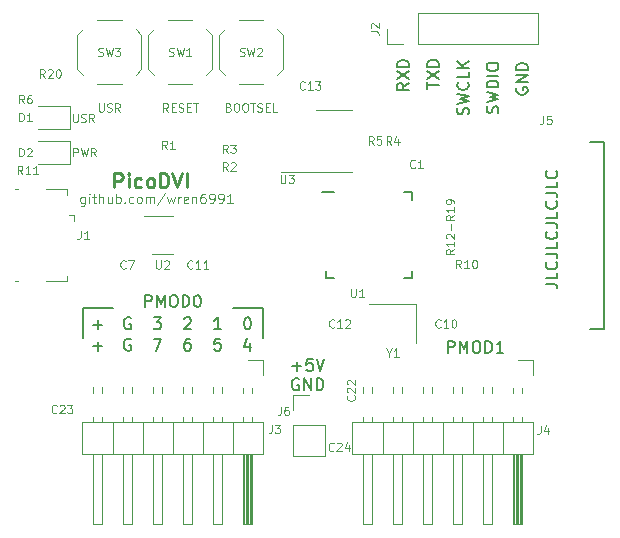
<source format=gbr>
G04 #@! TF.GenerationSoftware,KiCad,Pcbnew,5.0.2-bee76a0~70~ubuntu18.04.1*
G04 #@! TF.CreationDate,2020-08-11T13:50:02+01:00*
G04 #@! TF.ProjectId,picodvi,7069636f-6476-4692-9e6b-696361645f70,rev?*
G04 #@! TF.SameCoordinates,Original*
G04 #@! TF.FileFunction,Legend,Top*
G04 #@! TF.FilePolarity,Positive*
%FSLAX46Y46*%
G04 Gerber Fmt 4.6, Leading zero omitted, Abs format (unit mm)*
G04 Created by KiCad (PCBNEW 5.0.2-bee76a0~70~ubuntu18.04.1) date Tue 11 Aug 2020 13:50:02 BST*
%MOMM*%
%LPD*%
G01*
G04 APERTURE LIST*
%ADD10C,0.100000*%
%ADD11C,0.150000*%
%ADD12C,0.120000*%
%ADD13C,0.250000*%
%ADD14C,0.200000*%
G04 APERTURE END LIST*
D10*
X204916666Y-94716666D02*
X204916666Y-95283333D01*
X204950000Y-95350000D01*
X204983333Y-95383333D01*
X205050000Y-95416666D01*
X205183333Y-95416666D01*
X205250000Y-95383333D01*
X205283333Y-95350000D01*
X205316666Y-95283333D01*
X205316666Y-94716666D01*
X205616666Y-95383333D02*
X205716666Y-95416666D01*
X205883333Y-95416666D01*
X205950000Y-95383333D01*
X205983333Y-95350000D01*
X206016666Y-95283333D01*
X206016666Y-95216666D01*
X205983333Y-95150000D01*
X205950000Y-95116666D01*
X205883333Y-95083333D01*
X205750000Y-95050000D01*
X205683333Y-95016666D01*
X205650000Y-94983333D01*
X205616666Y-94916666D01*
X205616666Y-94850000D01*
X205650000Y-94783333D01*
X205683333Y-94750000D01*
X205750000Y-94716666D01*
X205916666Y-94716666D01*
X206016666Y-94750000D01*
X206716666Y-95416666D02*
X206483333Y-95083333D01*
X206316666Y-95416666D02*
X206316666Y-94716666D01*
X206583333Y-94716666D01*
X206650000Y-94750000D01*
X206683333Y-94783333D01*
X206716666Y-94850000D01*
X206716666Y-94950000D01*
X206683333Y-95016666D01*
X206650000Y-95050000D01*
X206583333Y-95083333D01*
X206316666Y-95083333D01*
X204966666Y-98316666D02*
X204966666Y-97616666D01*
X205233333Y-97616666D01*
X205300000Y-97650000D01*
X205333333Y-97683333D01*
X205366666Y-97750000D01*
X205366666Y-97850000D01*
X205333333Y-97916666D01*
X205300000Y-97950000D01*
X205233333Y-97983333D01*
X204966666Y-97983333D01*
X205600000Y-97616666D02*
X205766666Y-98316666D01*
X205900000Y-97816666D01*
X206033333Y-98316666D01*
X206200000Y-97616666D01*
X206866666Y-98316666D02*
X206633333Y-97983333D01*
X206466666Y-98316666D02*
X206466666Y-97616666D01*
X206733333Y-97616666D01*
X206800000Y-97650000D01*
X206833333Y-97683333D01*
X206866666Y-97750000D01*
X206866666Y-97850000D01*
X206833333Y-97916666D01*
X206800000Y-97950000D01*
X206733333Y-97983333D01*
X206466666Y-97983333D01*
X218116666Y-94150000D02*
X218216666Y-94183333D01*
X218250000Y-94216666D01*
X218283333Y-94283333D01*
X218283333Y-94383333D01*
X218250000Y-94450000D01*
X218216666Y-94483333D01*
X218150000Y-94516666D01*
X217883333Y-94516666D01*
X217883333Y-93816666D01*
X218116666Y-93816666D01*
X218183333Y-93850000D01*
X218216666Y-93883333D01*
X218250000Y-93950000D01*
X218250000Y-94016666D01*
X218216666Y-94083333D01*
X218183333Y-94116666D01*
X218116666Y-94150000D01*
X217883333Y-94150000D01*
X218716666Y-93816666D02*
X218850000Y-93816666D01*
X218916666Y-93850000D01*
X218983333Y-93916666D01*
X219016666Y-94050000D01*
X219016666Y-94283333D01*
X218983333Y-94416666D01*
X218916666Y-94483333D01*
X218850000Y-94516666D01*
X218716666Y-94516666D01*
X218650000Y-94483333D01*
X218583333Y-94416666D01*
X218550000Y-94283333D01*
X218550000Y-94050000D01*
X218583333Y-93916666D01*
X218650000Y-93850000D01*
X218716666Y-93816666D01*
X219450000Y-93816666D02*
X219583333Y-93816666D01*
X219650000Y-93850000D01*
X219716666Y-93916666D01*
X219750000Y-94050000D01*
X219750000Y-94283333D01*
X219716666Y-94416666D01*
X219650000Y-94483333D01*
X219583333Y-94516666D01*
X219450000Y-94516666D01*
X219383333Y-94483333D01*
X219316666Y-94416666D01*
X219283333Y-94283333D01*
X219283333Y-94050000D01*
X219316666Y-93916666D01*
X219383333Y-93850000D01*
X219450000Y-93816666D01*
X219950000Y-93816666D02*
X220350000Y-93816666D01*
X220150000Y-94516666D02*
X220150000Y-93816666D01*
X220550000Y-94483333D02*
X220650000Y-94516666D01*
X220816666Y-94516666D01*
X220883333Y-94483333D01*
X220916666Y-94450000D01*
X220950000Y-94383333D01*
X220950000Y-94316666D01*
X220916666Y-94250000D01*
X220883333Y-94216666D01*
X220816666Y-94183333D01*
X220683333Y-94150000D01*
X220616666Y-94116666D01*
X220583333Y-94083333D01*
X220550000Y-94016666D01*
X220550000Y-93950000D01*
X220583333Y-93883333D01*
X220616666Y-93850000D01*
X220683333Y-93816666D01*
X220850000Y-93816666D01*
X220950000Y-93850000D01*
X221250000Y-94150000D02*
X221483333Y-94150000D01*
X221583333Y-94516666D02*
X221250000Y-94516666D01*
X221250000Y-93816666D01*
X221583333Y-93816666D01*
X222216666Y-94516666D02*
X221883333Y-94516666D01*
X221883333Y-93816666D01*
X212983333Y-94516666D02*
X212750000Y-94183333D01*
X212583333Y-94516666D02*
X212583333Y-93816666D01*
X212850000Y-93816666D01*
X212916666Y-93850000D01*
X212950000Y-93883333D01*
X212983333Y-93950000D01*
X212983333Y-94050000D01*
X212950000Y-94116666D01*
X212916666Y-94150000D01*
X212850000Y-94183333D01*
X212583333Y-94183333D01*
X213283333Y-94150000D02*
X213516666Y-94150000D01*
X213616666Y-94516666D02*
X213283333Y-94516666D01*
X213283333Y-93816666D01*
X213616666Y-93816666D01*
X213883333Y-94483333D02*
X213983333Y-94516666D01*
X214150000Y-94516666D01*
X214216666Y-94483333D01*
X214250000Y-94450000D01*
X214283333Y-94383333D01*
X214283333Y-94316666D01*
X214250000Y-94250000D01*
X214216666Y-94216666D01*
X214150000Y-94183333D01*
X214016666Y-94150000D01*
X213950000Y-94116666D01*
X213916666Y-94083333D01*
X213883333Y-94016666D01*
X213883333Y-93950000D01*
X213916666Y-93883333D01*
X213950000Y-93850000D01*
X214016666Y-93816666D01*
X214183333Y-93816666D01*
X214283333Y-93850000D01*
X214583333Y-94150000D02*
X214816666Y-94150000D01*
X214916666Y-94516666D02*
X214583333Y-94516666D01*
X214583333Y-93816666D01*
X214916666Y-93816666D01*
X215116666Y-93816666D02*
X215516666Y-93816666D01*
X215316666Y-94516666D02*
X215316666Y-93816666D01*
X207116666Y-93816666D02*
X207116666Y-94383333D01*
X207150000Y-94450000D01*
X207183333Y-94483333D01*
X207250000Y-94516666D01*
X207383333Y-94516666D01*
X207450000Y-94483333D01*
X207483333Y-94450000D01*
X207516666Y-94383333D01*
X207516666Y-93816666D01*
X207816666Y-94483333D02*
X207916666Y-94516666D01*
X208083333Y-94516666D01*
X208150000Y-94483333D01*
X208183333Y-94450000D01*
X208216666Y-94383333D01*
X208216666Y-94316666D01*
X208183333Y-94250000D01*
X208150000Y-94216666D01*
X208083333Y-94183333D01*
X207950000Y-94150000D01*
X207883333Y-94116666D01*
X207850000Y-94083333D01*
X207816666Y-94016666D01*
X207816666Y-93950000D01*
X207850000Y-93883333D01*
X207883333Y-93850000D01*
X207950000Y-93816666D01*
X208116666Y-93816666D01*
X208216666Y-93850000D01*
X208916666Y-94516666D02*
X208683333Y-94183333D01*
X208516666Y-94516666D02*
X208516666Y-93816666D01*
X208783333Y-93816666D01*
X208850000Y-93850000D01*
X208883333Y-93883333D01*
X208916666Y-93950000D01*
X208916666Y-94050000D01*
X208883333Y-94116666D01*
X208850000Y-94150000D01*
X208783333Y-94183333D01*
X208516666Y-94183333D01*
D11*
X233370380Y-92106666D02*
X232894190Y-92440000D01*
X233370380Y-92678095D02*
X232370380Y-92678095D01*
X232370380Y-92297142D01*
X232418000Y-92201904D01*
X232465619Y-92154285D01*
X232560857Y-92106666D01*
X232703714Y-92106666D01*
X232798952Y-92154285D01*
X232846571Y-92201904D01*
X232894190Y-92297142D01*
X232894190Y-92678095D01*
X232370380Y-91773333D02*
X233370380Y-91106666D01*
X232370380Y-91106666D02*
X233370380Y-91773333D01*
X233370380Y-90725714D02*
X232370380Y-90725714D01*
X232370380Y-90487619D01*
X232418000Y-90344761D01*
X232513238Y-90249523D01*
X232608476Y-90201904D01*
X232798952Y-90154285D01*
X232941809Y-90154285D01*
X233132285Y-90201904D01*
X233227523Y-90249523D01*
X233322761Y-90344761D01*
X233370380Y-90487619D01*
X233370380Y-90725714D01*
X234910380Y-92574904D02*
X234910380Y-92003476D01*
X235910380Y-92289190D02*
X234910380Y-92289190D01*
X234910380Y-91765380D02*
X235910380Y-91098714D01*
X234910380Y-91098714D02*
X235910380Y-91765380D01*
X235910380Y-90717761D02*
X234910380Y-90717761D01*
X234910380Y-90479666D01*
X234958000Y-90336809D01*
X235053238Y-90241571D01*
X235148476Y-90193952D01*
X235338952Y-90146333D01*
X235481809Y-90146333D01*
X235672285Y-90193952D01*
X235767523Y-90241571D01*
X235862761Y-90336809D01*
X235910380Y-90479666D01*
X235910380Y-90717761D01*
X223504285Y-116086428D02*
X224266190Y-116086428D01*
X223885238Y-116467380D02*
X223885238Y-115705476D01*
X225218571Y-115467380D02*
X224742380Y-115467380D01*
X224694761Y-115943571D01*
X224742380Y-115895952D01*
X224837619Y-115848333D01*
X225075714Y-115848333D01*
X225170952Y-115895952D01*
X225218571Y-115943571D01*
X225266190Y-116038809D01*
X225266190Y-116276904D01*
X225218571Y-116372142D01*
X225170952Y-116419761D01*
X225075714Y-116467380D01*
X224837619Y-116467380D01*
X224742380Y-116419761D01*
X224694761Y-116372142D01*
X225551904Y-115467380D02*
X225885238Y-116467380D01*
X226218571Y-115467380D01*
X224028095Y-117165000D02*
X223932857Y-117117380D01*
X223790000Y-117117380D01*
X223647142Y-117165000D01*
X223551904Y-117260238D01*
X223504285Y-117355476D01*
X223456666Y-117545952D01*
X223456666Y-117688809D01*
X223504285Y-117879285D01*
X223551904Y-117974523D01*
X223647142Y-118069761D01*
X223790000Y-118117380D01*
X223885238Y-118117380D01*
X224028095Y-118069761D01*
X224075714Y-118022142D01*
X224075714Y-117688809D01*
X223885238Y-117688809D01*
X224504285Y-118117380D02*
X224504285Y-117117380D01*
X225075714Y-118117380D01*
X225075714Y-117117380D01*
X225551904Y-118117380D02*
X225551904Y-117117380D01*
X225790000Y-117117380D01*
X225932857Y-117165000D01*
X226028095Y-117260238D01*
X226075714Y-117355476D01*
X226123333Y-117545952D01*
X226123333Y-117688809D01*
X226075714Y-117879285D01*
X226028095Y-117974523D01*
X225932857Y-118069761D01*
X225790000Y-118117380D01*
X225551904Y-118117380D01*
X244952380Y-109119047D02*
X245666666Y-109119047D01*
X245809523Y-109166666D01*
X245904761Y-109261904D01*
X245952380Y-109404761D01*
X245952380Y-109500000D01*
X245952380Y-108166666D02*
X245952380Y-108642857D01*
X244952380Y-108642857D01*
X245857142Y-107261904D02*
X245904761Y-107309523D01*
X245952380Y-107452380D01*
X245952380Y-107547619D01*
X245904761Y-107690476D01*
X245809523Y-107785714D01*
X245714285Y-107833333D01*
X245523809Y-107880952D01*
X245380952Y-107880952D01*
X245190476Y-107833333D01*
X245095238Y-107785714D01*
X245000000Y-107690476D01*
X244952380Y-107547619D01*
X244952380Y-107452380D01*
X245000000Y-107309523D01*
X245047619Y-107261904D01*
X244952380Y-106547619D02*
X245666666Y-106547619D01*
X245809523Y-106595238D01*
X245904761Y-106690476D01*
X245952380Y-106833333D01*
X245952380Y-106928571D01*
X245952380Y-105595238D02*
X245952380Y-106071428D01*
X244952380Y-106071428D01*
X245857142Y-104690476D02*
X245904761Y-104738095D01*
X245952380Y-104880952D01*
X245952380Y-104976190D01*
X245904761Y-105119047D01*
X245809523Y-105214285D01*
X245714285Y-105261904D01*
X245523809Y-105309523D01*
X245380952Y-105309523D01*
X245190476Y-105261904D01*
X245095238Y-105214285D01*
X245000000Y-105119047D01*
X244952380Y-104976190D01*
X244952380Y-104880952D01*
X245000000Y-104738095D01*
X245047619Y-104690476D01*
X244952380Y-103976190D02*
X245666666Y-103976190D01*
X245809523Y-104023809D01*
X245904761Y-104119047D01*
X245952380Y-104261904D01*
X245952380Y-104357142D01*
X245952380Y-103023809D02*
X245952380Y-103500000D01*
X244952380Y-103500000D01*
X245857142Y-102119047D02*
X245904761Y-102166666D01*
X245952380Y-102309523D01*
X245952380Y-102404761D01*
X245904761Y-102547619D01*
X245809523Y-102642857D01*
X245714285Y-102690476D01*
X245523809Y-102738095D01*
X245380952Y-102738095D01*
X245190476Y-102690476D01*
X245095238Y-102642857D01*
X245000000Y-102547619D01*
X244952380Y-102404761D01*
X244952380Y-102309523D01*
X245000000Y-102166666D01*
X245047619Y-102119047D01*
X244952380Y-101404761D02*
X245666666Y-101404761D01*
X245809523Y-101452380D01*
X245904761Y-101547619D01*
X245952380Y-101690476D01*
X245952380Y-101785714D01*
X245952380Y-100452380D02*
X245952380Y-100928571D01*
X244952380Y-100928571D01*
X245857142Y-99547619D02*
X245904761Y-99595238D01*
X245952380Y-99738095D01*
X245952380Y-99833333D01*
X245904761Y-99976190D01*
X245809523Y-100071428D01*
X245714285Y-100119047D01*
X245523809Y-100166666D01*
X245380952Y-100166666D01*
X245190476Y-100119047D01*
X245095238Y-100071428D01*
X245000000Y-99976190D01*
X244952380Y-99833333D01*
X244952380Y-99738095D01*
X245000000Y-99595238D01*
X245047619Y-99547619D01*
D12*
X205923809Y-101728571D02*
X205923809Y-102376190D01*
X205885714Y-102452380D01*
X205847619Y-102490476D01*
X205771428Y-102528571D01*
X205657142Y-102528571D01*
X205580952Y-102490476D01*
X205923809Y-102223809D02*
X205847619Y-102261904D01*
X205695238Y-102261904D01*
X205619047Y-102223809D01*
X205580952Y-102185714D01*
X205542857Y-102109523D01*
X205542857Y-101880952D01*
X205580952Y-101804761D01*
X205619047Y-101766666D01*
X205695238Y-101728571D01*
X205847619Y-101728571D01*
X205923809Y-101766666D01*
X206304761Y-102261904D02*
X206304761Y-101728571D01*
X206304761Y-101461904D02*
X206266666Y-101500000D01*
X206304761Y-101538095D01*
X206342857Y-101500000D01*
X206304761Y-101461904D01*
X206304761Y-101538095D01*
X206571428Y-101728571D02*
X206876190Y-101728571D01*
X206685714Y-101461904D02*
X206685714Y-102147619D01*
X206723809Y-102223809D01*
X206800000Y-102261904D01*
X206876190Y-102261904D01*
X207142857Y-102261904D02*
X207142857Y-101461904D01*
X207485714Y-102261904D02*
X207485714Y-101842857D01*
X207447619Y-101766666D01*
X207371428Y-101728571D01*
X207257142Y-101728571D01*
X207180952Y-101766666D01*
X207142857Y-101804761D01*
X208209523Y-101728571D02*
X208209523Y-102261904D01*
X207866666Y-101728571D02*
X207866666Y-102147619D01*
X207904761Y-102223809D01*
X207980952Y-102261904D01*
X208095238Y-102261904D01*
X208171428Y-102223809D01*
X208209523Y-102185714D01*
X208590476Y-102261904D02*
X208590476Y-101461904D01*
X208590476Y-101766666D02*
X208666666Y-101728571D01*
X208819047Y-101728571D01*
X208895238Y-101766666D01*
X208933333Y-101804761D01*
X208971428Y-101880952D01*
X208971428Y-102109523D01*
X208933333Y-102185714D01*
X208895238Y-102223809D01*
X208819047Y-102261904D01*
X208666666Y-102261904D01*
X208590476Y-102223809D01*
X209314285Y-102185714D02*
X209352380Y-102223809D01*
X209314285Y-102261904D01*
X209276190Y-102223809D01*
X209314285Y-102185714D01*
X209314285Y-102261904D01*
X210038095Y-102223809D02*
X209961904Y-102261904D01*
X209809523Y-102261904D01*
X209733333Y-102223809D01*
X209695238Y-102185714D01*
X209657142Y-102109523D01*
X209657142Y-101880952D01*
X209695238Y-101804761D01*
X209733333Y-101766666D01*
X209809523Y-101728571D01*
X209961904Y-101728571D01*
X210038095Y-101766666D01*
X210495238Y-102261904D02*
X210419047Y-102223809D01*
X210380952Y-102185714D01*
X210342857Y-102109523D01*
X210342857Y-101880952D01*
X210380952Y-101804761D01*
X210419047Y-101766666D01*
X210495238Y-101728571D01*
X210609523Y-101728571D01*
X210685714Y-101766666D01*
X210723809Y-101804761D01*
X210761904Y-101880952D01*
X210761904Y-102109523D01*
X210723809Y-102185714D01*
X210685714Y-102223809D01*
X210609523Y-102261904D01*
X210495238Y-102261904D01*
X211104761Y-102261904D02*
X211104761Y-101728571D01*
X211104761Y-101804761D02*
X211142857Y-101766666D01*
X211219047Y-101728571D01*
X211333333Y-101728571D01*
X211409523Y-101766666D01*
X211447619Y-101842857D01*
X211447619Y-102261904D01*
X211447619Y-101842857D02*
X211485714Y-101766666D01*
X211561904Y-101728571D01*
X211676190Y-101728571D01*
X211752380Y-101766666D01*
X211790476Y-101842857D01*
X211790476Y-102261904D01*
X212742857Y-101423809D02*
X212057142Y-102452380D01*
X212933333Y-101728571D02*
X213085714Y-102261904D01*
X213238095Y-101880952D01*
X213390476Y-102261904D01*
X213542857Y-101728571D01*
X213847619Y-102261904D02*
X213847619Y-101728571D01*
X213847619Y-101880952D02*
X213885714Y-101804761D01*
X213923809Y-101766666D01*
X214000000Y-101728571D01*
X214076190Y-101728571D01*
X214647619Y-102223809D02*
X214571428Y-102261904D01*
X214419047Y-102261904D01*
X214342857Y-102223809D01*
X214304761Y-102147619D01*
X214304761Y-101842857D01*
X214342857Y-101766666D01*
X214419047Y-101728571D01*
X214571428Y-101728571D01*
X214647619Y-101766666D01*
X214685714Y-101842857D01*
X214685714Y-101919047D01*
X214304761Y-101995238D01*
X215028571Y-101728571D02*
X215028571Y-102261904D01*
X215028571Y-101804761D02*
X215066666Y-101766666D01*
X215142857Y-101728571D01*
X215257142Y-101728571D01*
X215333333Y-101766666D01*
X215371428Y-101842857D01*
X215371428Y-102261904D01*
X216095238Y-101461904D02*
X215942857Y-101461904D01*
X215866666Y-101500000D01*
X215828571Y-101538095D01*
X215752380Y-101652380D01*
X215714285Y-101804761D01*
X215714285Y-102109523D01*
X215752380Y-102185714D01*
X215790476Y-102223809D01*
X215866666Y-102261904D01*
X216019047Y-102261904D01*
X216095238Y-102223809D01*
X216133333Y-102185714D01*
X216171428Y-102109523D01*
X216171428Y-101919047D01*
X216133333Y-101842857D01*
X216095238Y-101804761D01*
X216019047Y-101766666D01*
X215866666Y-101766666D01*
X215790476Y-101804761D01*
X215752380Y-101842857D01*
X215714285Y-101919047D01*
X216552380Y-102261904D02*
X216704761Y-102261904D01*
X216780952Y-102223809D01*
X216819047Y-102185714D01*
X216895238Y-102071428D01*
X216933333Y-101919047D01*
X216933333Y-101614285D01*
X216895238Y-101538095D01*
X216857142Y-101500000D01*
X216780952Y-101461904D01*
X216628571Y-101461904D01*
X216552380Y-101500000D01*
X216514285Y-101538095D01*
X216476190Y-101614285D01*
X216476190Y-101804761D01*
X216514285Y-101880952D01*
X216552380Y-101919047D01*
X216628571Y-101957142D01*
X216780952Y-101957142D01*
X216857142Y-101919047D01*
X216895238Y-101880952D01*
X216933333Y-101804761D01*
X217314285Y-102261904D02*
X217466666Y-102261904D01*
X217542857Y-102223809D01*
X217580952Y-102185714D01*
X217657142Y-102071428D01*
X217695238Y-101919047D01*
X217695238Y-101614285D01*
X217657142Y-101538095D01*
X217619047Y-101500000D01*
X217542857Y-101461904D01*
X217390476Y-101461904D01*
X217314285Y-101500000D01*
X217276190Y-101538095D01*
X217238095Y-101614285D01*
X217238095Y-101804761D01*
X217276190Y-101880952D01*
X217314285Y-101919047D01*
X217390476Y-101957142D01*
X217542857Y-101957142D01*
X217619047Y-101919047D01*
X217657142Y-101880952D01*
X217695238Y-101804761D01*
X218457142Y-102261904D02*
X218000000Y-102261904D01*
X218228571Y-102261904D02*
X218228571Y-101461904D01*
X218152380Y-101576190D01*
X218076190Y-101652380D01*
X218000000Y-101690476D01*
D13*
X208442857Y-100942857D02*
X208442857Y-99742857D01*
X208900000Y-99742857D01*
X209014285Y-99800000D01*
X209071428Y-99857142D01*
X209128571Y-99971428D01*
X209128571Y-100142857D01*
X209071428Y-100257142D01*
X209014285Y-100314285D01*
X208900000Y-100371428D01*
X208442857Y-100371428D01*
X209642857Y-100942857D02*
X209642857Y-100142857D01*
X209642857Y-99742857D02*
X209585714Y-99800000D01*
X209642857Y-99857142D01*
X209700000Y-99800000D01*
X209642857Y-99742857D01*
X209642857Y-99857142D01*
X210728571Y-100885714D02*
X210614285Y-100942857D01*
X210385714Y-100942857D01*
X210271428Y-100885714D01*
X210214285Y-100828571D01*
X210157142Y-100714285D01*
X210157142Y-100371428D01*
X210214285Y-100257142D01*
X210271428Y-100200000D01*
X210385714Y-100142857D01*
X210614285Y-100142857D01*
X210728571Y-100200000D01*
X211414285Y-100942857D02*
X211300000Y-100885714D01*
X211242857Y-100828571D01*
X211185714Y-100714285D01*
X211185714Y-100371428D01*
X211242857Y-100257142D01*
X211300000Y-100200000D01*
X211414285Y-100142857D01*
X211585714Y-100142857D01*
X211700000Y-100200000D01*
X211757142Y-100257142D01*
X211814285Y-100371428D01*
X211814285Y-100714285D01*
X211757142Y-100828571D01*
X211700000Y-100885714D01*
X211585714Y-100942857D01*
X211414285Y-100942857D01*
X212328571Y-100942857D02*
X212328571Y-99742857D01*
X212614285Y-99742857D01*
X212785714Y-99800000D01*
X212900000Y-99914285D01*
X212957142Y-100028571D01*
X213014285Y-100257142D01*
X213014285Y-100428571D01*
X212957142Y-100657142D01*
X212900000Y-100771428D01*
X212785714Y-100885714D01*
X212614285Y-100942857D01*
X212328571Y-100942857D01*
X213357142Y-99742857D02*
X213757142Y-100942857D01*
X214157142Y-99742857D01*
X214557142Y-100942857D02*
X214557142Y-99742857D01*
D11*
X236666666Y-114952380D02*
X236666666Y-113952380D01*
X237047619Y-113952380D01*
X237142857Y-114000000D01*
X237190476Y-114047619D01*
X237238095Y-114142857D01*
X237238095Y-114285714D01*
X237190476Y-114380952D01*
X237142857Y-114428571D01*
X237047619Y-114476190D01*
X236666666Y-114476190D01*
X237666666Y-114952380D02*
X237666666Y-113952380D01*
X238000000Y-114666666D01*
X238333333Y-113952380D01*
X238333333Y-114952380D01*
X239000000Y-113952380D02*
X239190476Y-113952380D01*
X239285714Y-114000000D01*
X239380952Y-114095238D01*
X239428571Y-114285714D01*
X239428571Y-114619047D01*
X239380952Y-114809523D01*
X239285714Y-114904761D01*
X239190476Y-114952380D01*
X239000000Y-114952380D01*
X238904761Y-114904761D01*
X238809523Y-114809523D01*
X238761904Y-114619047D01*
X238761904Y-114285714D01*
X238809523Y-114095238D01*
X238904761Y-114000000D01*
X239000000Y-113952380D01*
X239857142Y-114952380D02*
X239857142Y-113952380D01*
X240095238Y-113952380D01*
X240238095Y-114000000D01*
X240333333Y-114095238D01*
X240380952Y-114190476D01*
X240428571Y-114380952D01*
X240428571Y-114523809D01*
X240380952Y-114714285D01*
X240333333Y-114809523D01*
X240238095Y-114904761D01*
X240095238Y-114952380D01*
X239857142Y-114952380D01*
X241380952Y-114952380D02*
X240809523Y-114952380D01*
X241095238Y-114952380D02*
X241095238Y-113952380D01*
X241000000Y-114095238D01*
X240904761Y-114190476D01*
X240809523Y-114238095D01*
X211026666Y-111069380D02*
X211026666Y-110069380D01*
X211407619Y-110069380D01*
X211502857Y-110117000D01*
X211550476Y-110164619D01*
X211598095Y-110259857D01*
X211598095Y-110402714D01*
X211550476Y-110497952D01*
X211502857Y-110545571D01*
X211407619Y-110593190D01*
X211026666Y-110593190D01*
X212026666Y-111069380D02*
X212026666Y-110069380D01*
X212360000Y-110783666D01*
X212693333Y-110069380D01*
X212693333Y-111069380D01*
X213360000Y-110069380D02*
X213550476Y-110069380D01*
X213645714Y-110117000D01*
X213740952Y-110212238D01*
X213788571Y-110402714D01*
X213788571Y-110736047D01*
X213740952Y-110926523D01*
X213645714Y-111021761D01*
X213550476Y-111069380D01*
X213360000Y-111069380D01*
X213264761Y-111021761D01*
X213169523Y-110926523D01*
X213121904Y-110736047D01*
X213121904Y-110402714D01*
X213169523Y-110212238D01*
X213264761Y-110117000D01*
X213360000Y-110069380D01*
X214217142Y-111069380D02*
X214217142Y-110069380D01*
X214455238Y-110069380D01*
X214598095Y-110117000D01*
X214693333Y-110212238D01*
X214740952Y-110307476D01*
X214788571Y-110497952D01*
X214788571Y-110640809D01*
X214740952Y-110831285D01*
X214693333Y-110926523D01*
X214598095Y-111021761D01*
X214455238Y-111069380D01*
X214217142Y-111069380D01*
X215407619Y-110069380D02*
X215502857Y-110069380D01*
X215598095Y-110117000D01*
X215645714Y-110164619D01*
X215693333Y-110259857D01*
X215740952Y-110450333D01*
X215740952Y-110688428D01*
X215693333Y-110878904D01*
X215645714Y-110974142D01*
X215598095Y-111021761D01*
X215502857Y-111069380D01*
X215407619Y-111069380D01*
X215312380Y-111021761D01*
X215264761Y-110974142D01*
X215217142Y-110878904D01*
X215169523Y-110688428D01*
X215169523Y-110450333D01*
X215217142Y-110259857D01*
X215264761Y-110164619D01*
X215312380Y-110117000D01*
X215407619Y-110069380D01*
D14*
X220980000Y-111125000D02*
X218440000Y-111125000D01*
X220980000Y-113665000D02*
X220980000Y-111125000D01*
X205740000Y-111125000D02*
X208280000Y-111125000D01*
X205740000Y-113665000D02*
X205740000Y-111125000D01*
D11*
X206629047Y-114371428D02*
X207390952Y-114371428D01*
X207010000Y-114752380D02*
X207010000Y-113990476D01*
X206629047Y-112571428D02*
X207390952Y-112571428D01*
X207010000Y-112952380D02*
X207010000Y-112190476D01*
X209811904Y-113800000D02*
X209716666Y-113752380D01*
X209573809Y-113752380D01*
X209430952Y-113800000D01*
X209335714Y-113895238D01*
X209288095Y-113990476D01*
X209240476Y-114180952D01*
X209240476Y-114323809D01*
X209288095Y-114514285D01*
X209335714Y-114609523D01*
X209430952Y-114704761D01*
X209573809Y-114752380D01*
X209669047Y-114752380D01*
X209811904Y-114704761D01*
X209859523Y-114657142D01*
X209859523Y-114323809D01*
X209669047Y-114323809D01*
X209811904Y-112000000D02*
X209716666Y-111952380D01*
X209573809Y-111952380D01*
X209430952Y-112000000D01*
X209335714Y-112095238D01*
X209288095Y-112190476D01*
X209240476Y-112380952D01*
X209240476Y-112523809D01*
X209288095Y-112714285D01*
X209335714Y-112809523D01*
X209430952Y-112904761D01*
X209573809Y-112952380D01*
X209669047Y-112952380D01*
X209811904Y-112904761D01*
X209859523Y-112857142D01*
X209859523Y-112523809D01*
X209669047Y-112523809D01*
X214820476Y-113752380D02*
X214630000Y-113752380D01*
X214534761Y-113800000D01*
X214487142Y-113847619D01*
X214391904Y-113990476D01*
X214344285Y-114180952D01*
X214344285Y-114561904D01*
X214391904Y-114657142D01*
X214439523Y-114704761D01*
X214534761Y-114752380D01*
X214725238Y-114752380D01*
X214820476Y-114704761D01*
X214868095Y-114657142D01*
X214915714Y-114561904D01*
X214915714Y-114323809D01*
X214868095Y-114228571D01*
X214820476Y-114180952D01*
X214725238Y-114133333D01*
X214534761Y-114133333D01*
X214439523Y-114180952D01*
X214391904Y-114228571D01*
X214344285Y-114323809D01*
X211756666Y-113752380D02*
X212423333Y-113752380D01*
X211994761Y-114752380D01*
X217408095Y-113752380D02*
X216931904Y-113752380D01*
X216884285Y-114228571D01*
X216931904Y-114180952D01*
X217027142Y-114133333D01*
X217265238Y-114133333D01*
X217360476Y-114180952D01*
X217408095Y-114228571D01*
X217455714Y-114323809D01*
X217455714Y-114561904D01*
X217408095Y-114657142D01*
X217360476Y-114704761D01*
X217265238Y-114752380D01*
X217027142Y-114752380D01*
X216931904Y-114704761D01*
X216884285Y-114657142D01*
X211756666Y-111952380D02*
X212375714Y-111952380D01*
X212042380Y-112333333D01*
X212185238Y-112333333D01*
X212280476Y-112380952D01*
X212328095Y-112428571D01*
X212375714Y-112523809D01*
X212375714Y-112761904D01*
X212328095Y-112857142D01*
X212280476Y-112904761D01*
X212185238Y-112952380D01*
X211899523Y-112952380D01*
X211804285Y-112904761D01*
X211756666Y-112857142D01*
X214344285Y-112047619D02*
X214391904Y-112000000D01*
X214487142Y-111952380D01*
X214725238Y-111952380D01*
X214820476Y-112000000D01*
X214868095Y-112047619D01*
X214915714Y-112142857D01*
X214915714Y-112238095D01*
X214868095Y-112380952D01*
X214296666Y-112952380D01*
X214915714Y-112952380D01*
X217455714Y-112952380D02*
X216884285Y-112952380D01*
X217170000Y-112952380D02*
X217170000Y-111952380D01*
X217074761Y-112095238D01*
X216979523Y-112190476D01*
X216884285Y-112238095D01*
X219900476Y-114085714D02*
X219900476Y-114752380D01*
X219662380Y-113704761D02*
X219424285Y-114419047D01*
X220043333Y-114419047D01*
X219662380Y-111952380D02*
X219757619Y-111952380D01*
X219852857Y-112000000D01*
X219900476Y-112047619D01*
X219948095Y-112142857D01*
X219995714Y-112333333D01*
X219995714Y-112571428D01*
X219948095Y-112761904D01*
X219900476Y-112857142D01*
X219852857Y-112904761D01*
X219757619Y-112952380D01*
X219662380Y-112952380D01*
X219567142Y-112904761D01*
X219519523Y-112857142D01*
X219471904Y-112761904D01*
X219424285Y-112571428D01*
X219424285Y-112333333D01*
X219471904Y-112142857D01*
X219519523Y-112047619D01*
X219567142Y-112000000D01*
X219662380Y-111952380D01*
X238404761Y-94761904D02*
X238452380Y-94619047D01*
X238452380Y-94380952D01*
X238404761Y-94285714D01*
X238357142Y-94238095D01*
X238261904Y-94190476D01*
X238166666Y-94190476D01*
X238071428Y-94238095D01*
X238023809Y-94285714D01*
X237976190Y-94380952D01*
X237928571Y-94571428D01*
X237880952Y-94666666D01*
X237833333Y-94714285D01*
X237738095Y-94761904D01*
X237642857Y-94761904D01*
X237547619Y-94714285D01*
X237500000Y-94666666D01*
X237452380Y-94571428D01*
X237452380Y-94333333D01*
X237500000Y-94190476D01*
X237452380Y-93857142D02*
X238452380Y-93619047D01*
X237738095Y-93428571D01*
X238452380Y-93238095D01*
X237452380Y-93000000D01*
X238357142Y-92047619D02*
X238404761Y-92095238D01*
X238452380Y-92238095D01*
X238452380Y-92333333D01*
X238404761Y-92476190D01*
X238309523Y-92571428D01*
X238214285Y-92619047D01*
X238023809Y-92666666D01*
X237880952Y-92666666D01*
X237690476Y-92619047D01*
X237595238Y-92571428D01*
X237500000Y-92476190D01*
X237452380Y-92333333D01*
X237452380Y-92238095D01*
X237500000Y-92095238D01*
X237547619Y-92047619D01*
X238452380Y-91142857D02*
X238452380Y-91619047D01*
X237452380Y-91619047D01*
X238452380Y-90809523D02*
X237452380Y-90809523D01*
X238452380Y-90238095D02*
X237880952Y-90666666D01*
X237452380Y-90238095D02*
X238023809Y-90809523D01*
X240904761Y-94619047D02*
X240952380Y-94476190D01*
X240952380Y-94238095D01*
X240904761Y-94142857D01*
X240857142Y-94095238D01*
X240761904Y-94047619D01*
X240666666Y-94047619D01*
X240571428Y-94095238D01*
X240523809Y-94142857D01*
X240476190Y-94238095D01*
X240428571Y-94428571D01*
X240380952Y-94523809D01*
X240333333Y-94571428D01*
X240238095Y-94619047D01*
X240142857Y-94619047D01*
X240047619Y-94571428D01*
X240000000Y-94523809D01*
X239952380Y-94428571D01*
X239952380Y-94190476D01*
X240000000Y-94047619D01*
X239952380Y-93714285D02*
X240952380Y-93476190D01*
X240238095Y-93285714D01*
X240952380Y-93095238D01*
X239952380Y-92857142D01*
X240952380Y-92476190D02*
X239952380Y-92476190D01*
X239952380Y-92238095D01*
X240000000Y-92095238D01*
X240095238Y-92000000D01*
X240190476Y-91952380D01*
X240380952Y-91904761D01*
X240523809Y-91904761D01*
X240714285Y-91952380D01*
X240809523Y-92000000D01*
X240904761Y-92095238D01*
X240952380Y-92238095D01*
X240952380Y-92476190D01*
X240952380Y-91476190D02*
X239952380Y-91476190D01*
X239952380Y-90809523D02*
X239952380Y-90619047D01*
X240000000Y-90523809D01*
X240095238Y-90428571D01*
X240285714Y-90380952D01*
X240619047Y-90380952D01*
X240809523Y-90428571D01*
X240904761Y-90523809D01*
X240952380Y-90619047D01*
X240952380Y-90809523D01*
X240904761Y-90904761D01*
X240809523Y-91000000D01*
X240619047Y-91047619D01*
X240285714Y-91047619D01*
X240095238Y-91000000D01*
X240000000Y-90904761D01*
X239952380Y-90809523D01*
X242500000Y-92511904D02*
X242452380Y-92607142D01*
X242452380Y-92750000D01*
X242500000Y-92892857D01*
X242595238Y-92988095D01*
X242690476Y-93035714D01*
X242880952Y-93083333D01*
X243023809Y-93083333D01*
X243214285Y-93035714D01*
X243309523Y-92988095D01*
X243404761Y-92892857D01*
X243452380Y-92750000D01*
X243452380Y-92654761D01*
X243404761Y-92511904D01*
X243357142Y-92464285D01*
X243023809Y-92464285D01*
X243023809Y-92654761D01*
X243452380Y-92035714D02*
X242452380Y-92035714D01*
X243452380Y-91464285D01*
X242452380Y-91464285D01*
X243452380Y-90988095D02*
X242452380Y-90988095D01*
X242452380Y-90750000D01*
X242500000Y-90607142D01*
X242595238Y-90511904D01*
X242690476Y-90464285D01*
X242880952Y-90416666D01*
X243023809Y-90416666D01*
X243214285Y-90464285D01*
X243309523Y-90511904D01*
X243404761Y-90607142D01*
X243452380Y-90750000D01*
X243452380Y-90988095D01*
G04 #@! TO.C,J5*
X249900000Y-97100000D02*
X248700000Y-97100000D01*
X249900000Y-112900000D02*
X248700000Y-112900000D01*
X249900000Y-97100000D02*
X249900000Y-112900000D01*
D12*
G04 #@! TO.C,SW2*
X218960000Y-86780000D02*
X221040000Y-86780000D01*
X222720000Y-90950000D02*
X222230000Y-91440000D01*
X218960000Y-92220000D02*
X221040000Y-92220000D01*
X222720000Y-88050000D02*
X222230000Y-87560000D01*
X222720000Y-88050000D02*
X222720000Y-90950000D01*
X217280000Y-88050000D02*
X217770000Y-87560000D01*
X217280000Y-88050000D02*
X217280000Y-90950000D01*
X217280000Y-90950000D02*
X217770000Y-91440000D01*
G04 #@! TO.C,D1*
X202000000Y-95960000D02*
X204685000Y-95960000D01*
X204685000Y-95960000D02*
X204685000Y-94040000D01*
X204685000Y-94040000D02*
X202000000Y-94040000D01*
G04 #@! TO.C,J1*
X204462500Y-101100000D02*
X204462500Y-101550000D01*
X202612500Y-101100000D02*
X204462500Y-101100000D01*
X200062500Y-108900000D02*
X200312500Y-108900000D01*
X200062500Y-101100000D02*
X200312500Y-101100000D01*
X202612500Y-108900000D02*
X204462500Y-108900000D01*
X204462500Y-108900000D02*
X204462500Y-108450000D01*
X205012500Y-103300000D02*
X205012500Y-103750000D01*
X205012500Y-103300000D02*
X204562500Y-103300000D01*
G04 #@! TO.C,J3*
X221040000Y-120820000D02*
X205680000Y-120820000D01*
X205680000Y-120820000D02*
X205680000Y-123480000D01*
X205680000Y-123480000D02*
X221040000Y-123480000D01*
X221040000Y-123480000D02*
X221040000Y-120820000D01*
X220090000Y-123480000D02*
X220090000Y-129480000D01*
X220090000Y-129480000D02*
X219330000Y-129480000D01*
X219330000Y-129480000D02*
X219330000Y-123480000D01*
X220030000Y-123480000D02*
X220030000Y-129480000D01*
X219910000Y-123480000D02*
X219910000Y-129480000D01*
X219790000Y-123480000D02*
X219790000Y-129480000D01*
X219670000Y-123480000D02*
X219670000Y-129480000D01*
X219550000Y-123480000D02*
X219550000Y-129480000D01*
X219430000Y-123480000D02*
X219430000Y-129480000D01*
X220090000Y-120422929D02*
X220090000Y-120820000D01*
X219330000Y-120422929D02*
X219330000Y-120820000D01*
X220090000Y-117950000D02*
X220090000Y-118337071D01*
X219330000Y-117950000D02*
X219330000Y-118337071D01*
X218440000Y-120820000D02*
X218440000Y-123480000D01*
X217550000Y-123480000D02*
X217550000Y-129480000D01*
X217550000Y-129480000D02*
X216790000Y-129480000D01*
X216790000Y-129480000D02*
X216790000Y-123480000D01*
X217550000Y-120422929D02*
X217550000Y-120820000D01*
X216790000Y-120422929D02*
X216790000Y-120820000D01*
X217550000Y-117882929D02*
X217550000Y-118337071D01*
X216790000Y-117882929D02*
X216790000Y-118337071D01*
X215900000Y-120820000D02*
X215900000Y-123480000D01*
X215010000Y-123480000D02*
X215010000Y-129480000D01*
X215010000Y-129480000D02*
X214250000Y-129480000D01*
X214250000Y-129480000D02*
X214250000Y-123480000D01*
X215010000Y-120422929D02*
X215010000Y-120820000D01*
X214250000Y-120422929D02*
X214250000Y-120820000D01*
X215010000Y-117882929D02*
X215010000Y-118337071D01*
X214250000Y-117882929D02*
X214250000Y-118337071D01*
X213360000Y-120820000D02*
X213360000Y-123480000D01*
X212470000Y-123480000D02*
X212470000Y-129480000D01*
X212470000Y-129480000D02*
X211710000Y-129480000D01*
X211710000Y-129480000D02*
X211710000Y-123480000D01*
X212470000Y-120422929D02*
X212470000Y-120820000D01*
X211710000Y-120422929D02*
X211710000Y-120820000D01*
X212470000Y-117882929D02*
X212470000Y-118337071D01*
X211710000Y-117882929D02*
X211710000Y-118337071D01*
X210820000Y-120820000D02*
X210820000Y-123480000D01*
X209930000Y-123480000D02*
X209930000Y-129480000D01*
X209930000Y-129480000D02*
X209170000Y-129480000D01*
X209170000Y-129480000D02*
X209170000Y-123480000D01*
X209930000Y-120422929D02*
X209930000Y-120820000D01*
X209170000Y-120422929D02*
X209170000Y-120820000D01*
X209930000Y-117882929D02*
X209930000Y-118337071D01*
X209170000Y-117882929D02*
X209170000Y-118337071D01*
X208280000Y-120820000D02*
X208280000Y-123480000D01*
X207390000Y-123480000D02*
X207390000Y-129480000D01*
X207390000Y-129480000D02*
X206630000Y-129480000D01*
X206630000Y-129480000D02*
X206630000Y-123480000D01*
X207390000Y-120422929D02*
X207390000Y-120820000D01*
X206630000Y-120422929D02*
X206630000Y-120820000D01*
X207390000Y-117882929D02*
X207390000Y-118337071D01*
X206630000Y-117882929D02*
X206630000Y-118337071D01*
X219710000Y-115570000D02*
X220980000Y-115570000D01*
X220980000Y-115570000D02*
X220980000Y-116840000D01*
G04 #@! TO.C,J4*
X243840000Y-115570000D02*
X243840000Y-116840000D01*
X242570000Y-115570000D02*
X243840000Y-115570000D01*
X229490000Y-117882929D02*
X229490000Y-118337071D01*
X230250000Y-117882929D02*
X230250000Y-118337071D01*
X229490000Y-120422929D02*
X229490000Y-120820000D01*
X230250000Y-120422929D02*
X230250000Y-120820000D01*
X229490000Y-129480000D02*
X229490000Y-123480000D01*
X230250000Y-129480000D02*
X229490000Y-129480000D01*
X230250000Y-123480000D02*
X230250000Y-129480000D01*
X231140000Y-120820000D02*
X231140000Y-123480000D01*
X232030000Y-117882929D02*
X232030000Y-118337071D01*
X232790000Y-117882929D02*
X232790000Y-118337071D01*
X232030000Y-120422929D02*
X232030000Y-120820000D01*
X232790000Y-120422929D02*
X232790000Y-120820000D01*
X232030000Y-129480000D02*
X232030000Y-123480000D01*
X232790000Y-129480000D02*
X232030000Y-129480000D01*
X232790000Y-123480000D02*
X232790000Y-129480000D01*
X233680000Y-120820000D02*
X233680000Y-123480000D01*
X234570000Y-117882929D02*
X234570000Y-118337071D01*
X235330000Y-117882929D02*
X235330000Y-118337071D01*
X234570000Y-120422929D02*
X234570000Y-120820000D01*
X235330000Y-120422929D02*
X235330000Y-120820000D01*
X234570000Y-129480000D02*
X234570000Y-123480000D01*
X235330000Y-129480000D02*
X234570000Y-129480000D01*
X235330000Y-123480000D02*
X235330000Y-129480000D01*
X236220000Y-120820000D02*
X236220000Y-123480000D01*
X237110000Y-117882929D02*
X237110000Y-118337071D01*
X237870000Y-117882929D02*
X237870000Y-118337071D01*
X237110000Y-120422929D02*
X237110000Y-120820000D01*
X237870000Y-120422929D02*
X237870000Y-120820000D01*
X237110000Y-129480000D02*
X237110000Y-123480000D01*
X237870000Y-129480000D02*
X237110000Y-129480000D01*
X237870000Y-123480000D02*
X237870000Y-129480000D01*
X238760000Y-120820000D02*
X238760000Y-123480000D01*
X239650000Y-117882929D02*
X239650000Y-118337071D01*
X240410000Y-117882929D02*
X240410000Y-118337071D01*
X239650000Y-120422929D02*
X239650000Y-120820000D01*
X240410000Y-120422929D02*
X240410000Y-120820000D01*
X239650000Y-129480000D02*
X239650000Y-123480000D01*
X240410000Y-129480000D02*
X239650000Y-129480000D01*
X240410000Y-123480000D02*
X240410000Y-129480000D01*
X241300000Y-120820000D02*
X241300000Y-123480000D01*
X242190000Y-117950000D02*
X242190000Y-118337071D01*
X242950000Y-117950000D02*
X242950000Y-118337071D01*
X242190000Y-120422929D02*
X242190000Y-120820000D01*
X242950000Y-120422929D02*
X242950000Y-120820000D01*
X242290000Y-123480000D02*
X242290000Y-129480000D01*
X242410000Y-123480000D02*
X242410000Y-129480000D01*
X242530000Y-123480000D02*
X242530000Y-129480000D01*
X242650000Y-123480000D02*
X242650000Y-129480000D01*
X242770000Y-123480000D02*
X242770000Y-129480000D01*
X242890000Y-123480000D02*
X242890000Y-129480000D01*
X242190000Y-129480000D02*
X242190000Y-123480000D01*
X242950000Y-129480000D02*
X242190000Y-129480000D01*
X242950000Y-123480000D02*
X242950000Y-129480000D01*
X243900000Y-123480000D02*
X243900000Y-120820000D01*
X228540000Y-123480000D02*
X243900000Y-123480000D01*
X228540000Y-120820000D02*
X228540000Y-123480000D01*
X243900000Y-120820000D02*
X228540000Y-120820000D01*
D11*
G04 #@! TO.C,U1*
X233000000Y-101350000D02*
X233650000Y-101350000D01*
X233650000Y-101350000D02*
X233650000Y-102000000D01*
X233000000Y-108650000D02*
X233650000Y-108650000D01*
X233650000Y-108650000D02*
X233650000Y-108000000D01*
X227000000Y-108650000D02*
X226350000Y-108650000D01*
X226350000Y-108650000D02*
X226350000Y-108000000D01*
X227000000Y-101350000D02*
X226000000Y-101350000D01*
D12*
G04 #@! TO.C,U2*
X211600000Y-106610000D02*
X213400000Y-106610000D01*
X213400000Y-103390000D02*
X210950000Y-103390000D01*
G04 #@! TO.C,SW1*
X212960000Y-86780000D02*
X215040000Y-86780000D01*
X216720000Y-90950000D02*
X216230000Y-91440000D01*
X212960000Y-92220000D02*
X215040000Y-92220000D01*
X216720000Y-88050000D02*
X216230000Y-87560000D01*
X216720000Y-88050000D02*
X216720000Y-90950000D01*
X211280000Y-88050000D02*
X211770000Y-87560000D01*
X211280000Y-88050000D02*
X211280000Y-90950000D01*
X211280000Y-90950000D02*
X211770000Y-91440000D01*
G04 #@! TO.C,D2*
X202000000Y-98960000D02*
X204685000Y-98960000D01*
X204685000Y-98960000D02*
X204685000Y-97040000D01*
X204685000Y-97040000D02*
X202000000Y-97040000D01*
G04 #@! TO.C,Y1*
X234000000Y-114150000D02*
X234000000Y-110850000D01*
X234000000Y-110850000D02*
X230000000Y-110850000D01*
G04 #@! TO.C,J6*
X223595056Y-123700226D02*
X226255056Y-123700226D01*
X223595056Y-121100226D02*
X223595056Y-123700226D01*
X226255056Y-121100226D02*
X226255056Y-123700226D01*
X223595056Y-121100226D02*
X226255056Y-121100226D01*
X223595056Y-119830226D02*
X223595056Y-118500226D01*
X223595056Y-118500226D02*
X224925056Y-118500226D01*
G04 #@! TO.C,J2*
X244330000Y-88830000D02*
X244330000Y-86170000D01*
X234110000Y-88830000D02*
X244330000Y-88830000D01*
X234110000Y-86170000D02*
X244330000Y-86170000D01*
X234110000Y-88830000D02*
X234110000Y-86170000D01*
X232840000Y-88830000D02*
X231510000Y-88830000D01*
X231510000Y-88830000D02*
X231510000Y-87500000D01*
G04 #@! TO.C,SW3*
X206960000Y-86780000D02*
X209040000Y-86780000D01*
X210720000Y-90950000D02*
X210230000Y-91440000D01*
X206960000Y-92220000D02*
X209040000Y-92220000D01*
X210720000Y-88050000D02*
X210230000Y-87560000D01*
X210720000Y-88050000D02*
X210720000Y-90950000D01*
X205280000Y-88050000D02*
X205770000Y-87560000D01*
X205280000Y-88050000D02*
X205280000Y-90950000D01*
X205280000Y-90950000D02*
X205770000Y-91440000D01*
G04 #@! TO.C,U3*
X222530000Y-99600000D02*
X228530000Y-99600000D01*
X225530000Y-94380000D02*
X228530000Y-94380000D01*
G04 #@! TO.C,J5*
D10*
X244766666Y-94866666D02*
X244766666Y-95366666D01*
X244733333Y-95466666D01*
X244666666Y-95533333D01*
X244566666Y-95566666D01*
X244500000Y-95566666D01*
X245433333Y-94866666D02*
X245100000Y-94866666D01*
X245066666Y-95200000D01*
X245100000Y-95166666D01*
X245166666Y-95133333D01*
X245333333Y-95133333D01*
X245400000Y-95166666D01*
X245433333Y-95200000D01*
X245466666Y-95266666D01*
X245466666Y-95433333D01*
X245433333Y-95500000D01*
X245400000Y-95533333D01*
X245333333Y-95566666D01*
X245166666Y-95566666D01*
X245100000Y-95533333D01*
X245066666Y-95500000D01*
G04 #@! TO.C,SW2*
X219066666Y-89783333D02*
X219166666Y-89816666D01*
X219333333Y-89816666D01*
X219400000Y-89783333D01*
X219433333Y-89750000D01*
X219466666Y-89683333D01*
X219466666Y-89616666D01*
X219433333Y-89550000D01*
X219400000Y-89516666D01*
X219333333Y-89483333D01*
X219200000Y-89450000D01*
X219133333Y-89416666D01*
X219100000Y-89383333D01*
X219066666Y-89316666D01*
X219066666Y-89250000D01*
X219100000Y-89183333D01*
X219133333Y-89150000D01*
X219200000Y-89116666D01*
X219366666Y-89116666D01*
X219466666Y-89150000D01*
X219700000Y-89116666D02*
X219866666Y-89816666D01*
X220000000Y-89316666D01*
X220133333Y-89816666D01*
X220300000Y-89116666D01*
X220533333Y-89183333D02*
X220566666Y-89150000D01*
X220633333Y-89116666D01*
X220800000Y-89116666D01*
X220866666Y-89150000D01*
X220900000Y-89183333D01*
X220933333Y-89250000D01*
X220933333Y-89316666D01*
X220900000Y-89416666D01*
X220500000Y-89816666D01*
X220933333Y-89816666D01*
G04 #@! TO.C,C1*
X233883333Y-99230000D02*
X233850000Y-99263333D01*
X233750000Y-99296666D01*
X233683333Y-99296666D01*
X233583333Y-99263333D01*
X233516666Y-99196666D01*
X233483333Y-99130000D01*
X233450000Y-98996666D01*
X233450000Y-98896666D01*
X233483333Y-98763333D01*
X233516666Y-98696666D01*
X233583333Y-98630000D01*
X233683333Y-98596666D01*
X233750000Y-98596666D01*
X233850000Y-98630000D01*
X233883333Y-98663333D01*
X234550000Y-99296666D02*
X234150000Y-99296666D01*
X234350000Y-99296666D02*
X234350000Y-98596666D01*
X234283333Y-98696666D01*
X234216666Y-98763333D01*
X234150000Y-98796666D01*
G04 #@! TO.C,C7*
X209383333Y-107750000D02*
X209350000Y-107783333D01*
X209250000Y-107816666D01*
X209183333Y-107816666D01*
X209083333Y-107783333D01*
X209016666Y-107716666D01*
X208983333Y-107650000D01*
X208950000Y-107516666D01*
X208950000Y-107416666D01*
X208983333Y-107283333D01*
X209016666Y-107216666D01*
X209083333Y-107150000D01*
X209183333Y-107116666D01*
X209250000Y-107116666D01*
X209350000Y-107150000D01*
X209383333Y-107183333D01*
X209616666Y-107116666D02*
X210083333Y-107116666D01*
X209783333Y-107816666D01*
G04 #@! TO.C,C10*
X236050000Y-112750000D02*
X236016666Y-112783333D01*
X235916666Y-112816666D01*
X235850000Y-112816666D01*
X235750000Y-112783333D01*
X235683333Y-112716666D01*
X235650000Y-112650000D01*
X235616666Y-112516666D01*
X235616666Y-112416666D01*
X235650000Y-112283333D01*
X235683333Y-112216666D01*
X235750000Y-112150000D01*
X235850000Y-112116666D01*
X235916666Y-112116666D01*
X236016666Y-112150000D01*
X236050000Y-112183333D01*
X236716666Y-112816666D02*
X236316666Y-112816666D01*
X236516666Y-112816666D02*
X236516666Y-112116666D01*
X236450000Y-112216666D01*
X236383333Y-112283333D01*
X236316666Y-112316666D01*
X237150000Y-112116666D02*
X237216666Y-112116666D01*
X237283333Y-112150000D01*
X237316666Y-112183333D01*
X237350000Y-112250000D01*
X237383333Y-112383333D01*
X237383333Y-112550000D01*
X237350000Y-112683333D01*
X237316666Y-112750000D01*
X237283333Y-112783333D01*
X237216666Y-112816666D01*
X237150000Y-112816666D01*
X237083333Y-112783333D01*
X237050000Y-112750000D01*
X237016666Y-112683333D01*
X236983333Y-112550000D01*
X236983333Y-112383333D01*
X237016666Y-112250000D01*
X237050000Y-112183333D01*
X237083333Y-112150000D01*
X237150000Y-112116666D01*
G04 #@! TO.C,C11*
X215050000Y-107750000D02*
X215016666Y-107783333D01*
X214916666Y-107816666D01*
X214850000Y-107816666D01*
X214750000Y-107783333D01*
X214683333Y-107716666D01*
X214650000Y-107650000D01*
X214616666Y-107516666D01*
X214616666Y-107416666D01*
X214650000Y-107283333D01*
X214683333Y-107216666D01*
X214750000Y-107150000D01*
X214850000Y-107116666D01*
X214916666Y-107116666D01*
X215016666Y-107150000D01*
X215050000Y-107183333D01*
X215716666Y-107816666D02*
X215316666Y-107816666D01*
X215516666Y-107816666D02*
X215516666Y-107116666D01*
X215450000Y-107216666D01*
X215383333Y-107283333D01*
X215316666Y-107316666D01*
X216383333Y-107816666D02*
X215983333Y-107816666D01*
X216183333Y-107816666D02*
X216183333Y-107116666D01*
X216116666Y-107216666D01*
X216050000Y-107283333D01*
X215983333Y-107316666D01*
G04 #@! TO.C,C12*
X227050000Y-112750000D02*
X227016666Y-112783333D01*
X226916666Y-112816666D01*
X226850000Y-112816666D01*
X226750000Y-112783333D01*
X226683333Y-112716666D01*
X226650000Y-112650000D01*
X226616666Y-112516666D01*
X226616666Y-112416666D01*
X226650000Y-112283333D01*
X226683333Y-112216666D01*
X226750000Y-112150000D01*
X226850000Y-112116666D01*
X226916666Y-112116666D01*
X227016666Y-112150000D01*
X227050000Y-112183333D01*
X227716666Y-112816666D02*
X227316666Y-112816666D01*
X227516666Y-112816666D02*
X227516666Y-112116666D01*
X227450000Y-112216666D01*
X227383333Y-112283333D01*
X227316666Y-112316666D01*
X227983333Y-112183333D02*
X228016666Y-112150000D01*
X228083333Y-112116666D01*
X228250000Y-112116666D01*
X228316666Y-112150000D01*
X228350000Y-112183333D01*
X228383333Y-112250000D01*
X228383333Y-112316666D01*
X228350000Y-112416666D01*
X227950000Y-112816666D01*
X228383333Y-112816666D01*
G04 #@! TO.C,C13*
X224550000Y-92600000D02*
X224516666Y-92633333D01*
X224416666Y-92666666D01*
X224350000Y-92666666D01*
X224250000Y-92633333D01*
X224183333Y-92566666D01*
X224150000Y-92500000D01*
X224116666Y-92366666D01*
X224116666Y-92266666D01*
X224150000Y-92133333D01*
X224183333Y-92066666D01*
X224250000Y-92000000D01*
X224350000Y-91966666D01*
X224416666Y-91966666D01*
X224516666Y-92000000D01*
X224550000Y-92033333D01*
X225216666Y-92666666D02*
X224816666Y-92666666D01*
X225016666Y-92666666D02*
X225016666Y-91966666D01*
X224950000Y-92066666D01*
X224883333Y-92133333D01*
X224816666Y-92166666D01*
X225450000Y-91966666D02*
X225883333Y-91966666D01*
X225650000Y-92233333D01*
X225750000Y-92233333D01*
X225816666Y-92266666D01*
X225850000Y-92300000D01*
X225883333Y-92366666D01*
X225883333Y-92533333D01*
X225850000Y-92600000D01*
X225816666Y-92633333D01*
X225750000Y-92666666D01*
X225550000Y-92666666D01*
X225483333Y-92633333D01*
X225450000Y-92600000D01*
G04 #@! TO.C,C22*
X228750000Y-118560000D02*
X228783333Y-118593333D01*
X228816666Y-118693333D01*
X228816666Y-118760000D01*
X228783333Y-118860000D01*
X228716666Y-118926666D01*
X228650000Y-118960000D01*
X228516666Y-118993333D01*
X228416666Y-118993333D01*
X228283333Y-118960000D01*
X228216666Y-118926666D01*
X228150000Y-118860000D01*
X228116666Y-118760000D01*
X228116666Y-118693333D01*
X228150000Y-118593333D01*
X228183333Y-118560000D01*
X228183333Y-118293333D02*
X228150000Y-118260000D01*
X228116666Y-118193333D01*
X228116666Y-118026666D01*
X228150000Y-117960000D01*
X228183333Y-117926666D01*
X228250000Y-117893333D01*
X228316666Y-117893333D01*
X228416666Y-117926666D01*
X228816666Y-118326666D01*
X228816666Y-117893333D01*
X228183333Y-117626666D02*
X228150000Y-117593333D01*
X228116666Y-117526666D01*
X228116666Y-117360000D01*
X228150000Y-117293333D01*
X228183333Y-117260000D01*
X228250000Y-117226666D01*
X228316666Y-117226666D01*
X228416666Y-117260000D01*
X228816666Y-117660000D01*
X228816666Y-117226666D01*
G04 #@! TO.C,C23*
X203550000Y-120000000D02*
X203516666Y-120033333D01*
X203416666Y-120066666D01*
X203350000Y-120066666D01*
X203250000Y-120033333D01*
X203183333Y-119966666D01*
X203150000Y-119900000D01*
X203116666Y-119766666D01*
X203116666Y-119666666D01*
X203150000Y-119533333D01*
X203183333Y-119466666D01*
X203250000Y-119400000D01*
X203350000Y-119366666D01*
X203416666Y-119366666D01*
X203516666Y-119400000D01*
X203550000Y-119433333D01*
X203816666Y-119433333D02*
X203850000Y-119400000D01*
X203916666Y-119366666D01*
X204083333Y-119366666D01*
X204150000Y-119400000D01*
X204183333Y-119433333D01*
X204216666Y-119500000D01*
X204216666Y-119566666D01*
X204183333Y-119666666D01*
X203783333Y-120066666D01*
X204216666Y-120066666D01*
X204450000Y-119366666D02*
X204883333Y-119366666D01*
X204650000Y-119633333D01*
X204750000Y-119633333D01*
X204816666Y-119666666D01*
X204850000Y-119700000D01*
X204883333Y-119766666D01*
X204883333Y-119933333D01*
X204850000Y-120000000D01*
X204816666Y-120033333D01*
X204750000Y-120066666D01*
X204550000Y-120066666D01*
X204483333Y-120033333D01*
X204450000Y-120000000D01*
G04 #@! TO.C,D1*
X200383333Y-95316666D02*
X200383333Y-94616666D01*
X200550000Y-94616666D01*
X200650000Y-94650000D01*
X200716666Y-94716666D01*
X200750000Y-94783333D01*
X200783333Y-94916666D01*
X200783333Y-95016666D01*
X200750000Y-95150000D01*
X200716666Y-95216666D01*
X200650000Y-95283333D01*
X200550000Y-95316666D01*
X200383333Y-95316666D01*
X201450000Y-95316666D02*
X201050000Y-95316666D01*
X201250000Y-95316666D02*
X201250000Y-94616666D01*
X201183333Y-94716666D01*
X201116666Y-94783333D01*
X201050000Y-94816666D01*
G04 #@! TO.C,J1*
X205579166Y-104616666D02*
X205579166Y-105116666D01*
X205545833Y-105216666D01*
X205479166Y-105283333D01*
X205379166Y-105316666D01*
X205312500Y-105316666D01*
X206279166Y-105316666D02*
X205879166Y-105316666D01*
X206079166Y-105316666D02*
X206079166Y-104616666D01*
X206012500Y-104716666D01*
X205945833Y-104783333D01*
X205879166Y-104816666D01*
G04 #@! TO.C,J3*
X221766666Y-121028666D02*
X221766666Y-121528666D01*
X221733333Y-121628666D01*
X221666666Y-121695333D01*
X221566666Y-121728666D01*
X221500000Y-121728666D01*
X222033333Y-121028666D02*
X222466666Y-121028666D01*
X222233333Y-121295333D01*
X222333333Y-121295333D01*
X222400000Y-121328666D01*
X222433333Y-121362000D01*
X222466666Y-121428666D01*
X222466666Y-121595333D01*
X222433333Y-121662000D01*
X222400000Y-121695333D01*
X222333333Y-121728666D01*
X222133333Y-121728666D01*
X222066666Y-121695333D01*
X222033333Y-121662000D01*
G04 #@! TO.C,J4*
X244516666Y-121116666D02*
X244516666Y-121616666D01*
X244483333Y-121716666D01*
X244416666Y-121783333D01*
X244316666Y-121816666D01*
X244250000Y-121816666D01*
X245150000Y-121350000D02*
X245150000Y-121816666D01*
X244983333Y-121083333D02*
X244816666Y-121583333D01*
X245250000Y-121583333D01*
G04 #@! TO.C,R1*
X212883333Y-97686666D02*
X212650000Y-97353333D01*
X212483333Y-97686666D02*
X212483333Y-96986666D01*
X212750000Y-96986666D01*
X212816666Y-97020000D01*
X212850000Y-97053333D01*
X212883333Y-97120000D01*
X212883333Y-97220000D01*
X212850000Y-97286666D01*
X212816666Y-97320000D01*
X212750000Y-97353333D01*
X212483333Y-97353333D01*
X213550000Y-97686666D02*
X213150000Y-97686666D01*
X213350000Y-97686666D02*
X213350000Y-96986666D01*
X213283333Y-97086666D01*
X213216666Y-97153333D01*
X213150000Y-97186666D01*
G04 #@! TO.C,R2*
X218033333Y-99516666D02*
X217800000Y-99183333D01*
X217633333Y-99516666D02*
X217633333Y-98816666D01*
X217900000Y-98816666D01*
X217966666Y-98850000D01*
X218000000Y-98883333D01*
X218033333Y-98950000D01*
X218033333Y-99050000D01*
X218000000Y-99116666D01*
X217966666Y-99150000D01*
X217900000Y-99183333D01*
X217633333Y-99183333D01*
X218300000Y-98883333D02*
X218333333Y-98850000D01*
X218400000Y-98816666D01*
X218566666Y-98816666D01*
X218633333Y-98850000D01*
X218666666Y-98883333D01*
X218700000Y-98950000D01*
X218700000Y-99016666D01*
X218666666Y-99116666D01*
X218266666Y-99516666D01*
X218700000Y-99516666D01*
G04 #@! TO.C,R3*
X218033333Y-98016666D02*
X217800000Y-97683333D01*
X217633333Y-98016666D02*
X217633333Y-97316666D01*
X217900000Y-97316666D01*
X217966666Y-97350000D01*
X218000000Y-97383333D01*
X218033333Y-97450000D01*
X218033333Y-97550000D01*
X218000000Y-97616666D01*
X217966666Y-97650000D01*
X217900000Y-97683333D01*
X217633333Y-97683333D01*
X218266666Y-97316666D02*
X218700000Y-97316666D01*
X218466666Y-97583333D01*
X218566666Y-97583333D01*
X218633333Y-97616666D01*
X218666666Y-97650000D01*
X218700000Y-97716666D01*
X218700000Y-97883333D01*
X218666666Y-97950000D01*
X218633333Y-97983333D01*
X218566666Y-98016666D01*
X218366666Y-98016666D01*
X218300000Y-97983333D01*
X218266666Y-97950000D01*
G04 #@! TO.C,R4*
X231883333Y-97316666D02*
X231650000Y-96983333D01*
X231483333Y-97316666D02*
X231483333Y-96616666D01*
X231750000Y-96616666D01*
X231816666Y-96650000D01*
X231850000Y-96683333D01*
X231883333Y-96750000D01*
X231883333Y-96850000D01*
X231850000Y-96916666D01*
X231816666Y-96950000D01*
X231750000Y-96983333D01*
X231483333Y-96983333D01*
X232483333Y-96850000D02*
X232483333Y-97316666D01*
X232316666Y-96583333D02*
X232150000Y-97083333D01*
X232583333Y-97083333D01*
G04 #@! TO.C,R5*
X230383333Y-97316666D02*
X230150000Y-96983333D01*
X229983333Y-97316666D02*
X229983333Y-96616666D01*
X230250000Y-96616666D01*
X230316666Y-96650000D01*
X230350000Y-96683333D01*
X230383333Y-96750000D01*
X230383333Y-96850000D01*
X230350000Y-96916666D01*
X230316666Y-96950000D01*
X230250000Y-96983333D01*
X229983333Y-96983333D01*
X231016666Y-96616666D02*
X230683333Y-96616666D01*
X230650000Y-96950000D01*
X230683333Y-96916666D01*
X230750000Y-96883333D01*
X230916666Y-96883333D01*
X230983333Y-96916666D01*
X231016666Y-96950000D01*
X231050000Y-97016666D01*
X231050000Y-97183333D01*
X231016666Y-97250000D01*
X230983333Y-97283333D01*
X230916666Y-97316666D01*
X230750000Y-97316666D01*
X230683333Y-97283333D01*
X230650000Y-97250000D01*
G04 #@! TO.C,R6*
X200783333Y-93816666D02*
X200550000Y-93483333D01*
X200383333Y-93816666D02*
X200383333Y-93116666D01*
X200650000Y-93116666D01*
X200716666Y-93150000D01*
X200750000Y-93183333D01*
X200783333Y-93250000D01*
X200783333Y-93350000D01*
X200750000Y-93416666D01*
X200716666Y-93450000D01*
X200650000Y-93483333D01*
X200383333Y-93483333D01*
X201383333Y-93116666D02*
X201250000Y-93116666D01*
X201183333Y-93150000D01*
X201150000Y-93183333D01*
X201083333Y-93283333D01*
X201050000Y-93416666D01*
X201050000Y-93683333D01*
X201083333Y-93750000D01*
X201116666Y-93783333D01*
X201183333Y-93816666D01*
X201316666Y-93816666D01*
X201383333Y-93783333D01*
X201416666Y-93750000D01*
X201450000Y-93683333D01*
X201450000Y-93516666D01*
X201416666Y-93450000D01*
X201383333Y-93416666D01*
X201316666Y-93383333D01*
X201183333Y-93383333D01*
X201116666Y-93416666D01*
X201083333Y-93450000D01*
X201050000Y-93516666D01*
G04 #@! TO.C,U1*
X228466666Y-109516666D02*
X228466666Y-110083333D01*
X228500000Y-110150000D01*
X228533333Y-110183333D01*
X228600000Y-110216666D01*
X228733333Y-110216666D01*
X228800000Y-110183333D01*
X228833333Y-110150000D01*
X228866666Y-110083333D01*
X228866666Y-109516666D01*
X229566666Y-110216666D02*
X229166666Y-110216666D01*
X229366666Y-110216666D02*
X229366666Y-109516666D01*
X229300000Y-109616666D01*
X229233333Y-109683333D01*
X229166666Y-109716666D01*
G04 #@! TO.C,U2*
X211966666Y-107116666D02*
X211966666Y-107683333D01*
X212000000Y-107750000D01*
X212033333Y-107783333D01*
X212100000Y-107816666D01*
X212233333Y-107816666D01*
X212300000Y-107783333D01*
X212333333Y-107750000D01*
X212366666Y-107683333D01*
X212366666Y-107116666D01*
X212666666Y-107183333D02*
X212700000Y-107150000D01*
X212766666Y-107116666D01*
X212933333Y-107116666D01*
X213000000Y-107150000D01*
X213033333Y-107183333D01*
X213066666Y-107250000D01*
X213066666Y-107316666D01*
X213033333Y-107416666D01*
X212633333Y-107816666D01*
X213066666Y-107816666D01*
G04 #@! TO.C,SW1*
X213066666Y-89783333D02*
X213166666Y-89816666D01*
X213333333Y-89816666D01*
X213400000Y-89783333D01*
X213433333Y-89750000D01*
X213466666Y-89683333D01*
X213466666Y-89616666D01*
X213433333Y-89550000D01*
X213400000Y-89516666D01*
X213333333Y-89483333D01*
X213200000Y-89450000D01*
X213133333Y-89416666D01*
X213100000Y-89383333D01*
X213066666Y-89316666D01*
X213066666Y-89250000D01*
X213100000Y-89183333D01*
X213133333Y-89150000D01*
X213200000Y-89116666D01*
X213366666Y-89116666D01*
X213466666Y-89150000D01*
X213700000Y-89116666D02*
X213866666Y-89816666D01*
X214000000Y-89316666D01*
X214133333Y-89816666D01*
X214300000Y-89116666D01*
X214933333Y-89816666D02*
X214533333Y-89816666D01*
X214733333Y-89816666D02*
X214733333Y-89116666D01*
X214666666Y-89216666D01*
X214600000Y-89283333D01*
X214533333Y-89316666D01*
G04 #@! TO.C,D2*
X200383333Y-98316666D02*
X200383333Y-97616666D01*
X200550000Y-97616666D01*
X200650000Y-97650000D01*
X200716666Y-97716666D01*
X200750000Y-97783333D01*
X200783333Y-97916666D01*
X200783333Y-98016666D01*
X200750000Y-98150000D01*
X200716666Y-98216666D01*
X200650000Y-98283333D01*
X200550000Y-98316666D01*
X200383333Y-98316666D01*
X201050000Y-97683333D02*
X201083333Y-97650000D01*
X201150000Y-97616666D01*
X201316666Y-97616666D01*
X201383333Y-97650000D01*
X201416666Y-97683333D01*
X201450000Y-97750000D01*
X201450000Y-97816666D01*
X201416666Y-97916666D01*
X201016666Y-98316666D01*
X201450000Y-98316666D01*
G04 #@! TO.C,R11*
X200650000Y-99816666D02*
X200416666Y-99483333D01*
X200250000Y-99816666D02*
X200250000Y-99116666D01*
X200516666Y-99116666D01*
X200583333Y-99150000D01*
X200616666Y-99183333D01*
X200650000Y-99250000D01*
X200650000Y-99350000D01*
X200616666Y-99416666D01*
X200583333Y-99450000D01*
X200516666Y-99483333D01*
X200250000Y-99483333D01*
X201316666Y-99816666D02*
X200916666Y-99816666D01*
X201116666Y-99816666D02*
X201116666Y-99116666D01*
X201050000Y-99216666D01*
X200983333Y-99283333D01*
X200916666Y-99316666D01*
X201983333Y-99816666D02*
X201583333Y-99816666D01*
X201783333Y-99816666D02*
X201783333Y-99116666D01*
X201716666Y-99216666D01*
X201650000Y-99283333D01*
X201583333Y-99316666D01*
G04 #@! TO.C,Y1*
X231666666Y-114933333D02*
X231666666Y-115266666D01*
X231433333Y-114566666D02*
X231666666Y-114933333D01*
X231900000Y-114566666D01*
X232500000Y-115266666D02*
X232100000Y-115266666D01*
X232300000Y-115266666D02*
X232300000Y-114566666D01*
X232233333Y-114666666D01*
X232166666Y-114733333D01*
X232100000Y-114766666D01*
G04 #@! TO.C,C24*
X227007000Y-123186000D02*
X226973666Y-123219333D01*
X226873666Y-123252666D01*
X226807000Y-123252666D01*
X226707000Y-123219333D01*
X226640333Y-123152666D01*
X226607000Y-123086000D01*
X226573666Y-122952666D01*
X226573666Y-122852666D01*
X226607000Y-122719333D01*
X226640333Y-122652666D01*
X226707000Y-122586000D01*
X226807000Y-122552666D01*
X226873666Y-122552666D01*
X226973666Y-122586000D01*
X227007000Y-122619333D01*
X227273666Y-122619333D02*
X227307000Y-122586000D01*
X227373666Y-122552666D01*
X227540333Y-122552666D01*
X227607000Y-122586000D01*
X227640333Y-122619333D01*
X227673666Y-122686000D01*
X227673666Y-122752666D01*
X227640333Y-122852666D01*
X227240333Y-123252666D01*
X227673666Y-123252666D01*
X228273666Y-122786000D02*
X228273666Y-123252666D01*
X228107000Y-122519333D02*
X227940333Y-123019333D01*
X228373666Y-123019333D01*
G04 #@! TO.C,J6*
X222524666Y-119504666D02*
X222524666Y-120004666D01*
X222491333Y-120104666D01*
X222424666Y-120171333D01*
X222324666Y-120204666D01*
X222258000Y-120204666D01*
X223158000Y-119504666D02*
X223024666Y-119504666D01*
X222958000Y-119538000D01*
X222924666Y-119571333D01*
X222858000Y-119671333D01*
X222824666Y-119804666D01*
X222824666Y-120071333D01*
X222858000Y-120138000D01*
X222891333Y-120171333D01*
X222958000Y-120204666D01*
X223091333Y-120204666D01*
X223158000Y-120171333D01*
X223191333Y-120138000D01*
X223224666Y-120071333D01*
X223224666Y-119904666D01*
X223191333Y-119838000D01*
X223158000Y-119804666D01*
X223091333Y-119771333D01*
X222958000Y-119771333D01*
X222891333Y-119804666D01*
X222858000Y-119838000D01*
X222824666Y-119904666D01*
G04 #@! TO.C,J2*
X230126666Y-87733333D02*
X230626666Y-87733333D01*
X230726666Y-87766666D01*
X230793333Y-87833333D01*
X230826666Y-87933333D01*
X230826666Y-88000000D01*
X230193333Y-87433333D02*
X230160000Y-87400000D01*
X230126666Y-87333333D01*
X230126666Y-87166666D01*
X230160000Y-87100000D01*
X230193333Y-87066666D01*
X230260000Y-87033333D01*
X230326666Y-87033333D01*
X230426666Y-87066666D01*
X230826666Y-87466666D01*
X230826666Y-87033333D01*
G04 #@! TO.C,R10*
X237800000Y-107776666D02*
X237566666Y-107443333D01*
X237400000Y-107776666D02*
X237400000Y-107076666D01*
X237666666Y-107076666D01*
X237733333Y-107110000D01*
X237766666Y-107143333D01*
X237800000Y-107210000D01*
X237800000Y-107310000D01*
X237766666Y-107376666D01*
X237733333Y-107410000D01*
X237666666Y-107443333D01*
X237400000Y-107443333D01*
X238466666Y-107776666D02*
X238066666Y-107776666D01*
X238266666Y-107776666D02*
X238266666Y-107076666D01*
X238200000Y-107176666D01*
X238133333Y-107243333D01*
X238066666Y-107276666D01*
X238900000Y-107076666D02*
X238966666Y-107076666D01*
X239033333Y-107110000D01*
X239066666Y-107143333D01*
X239100000Y-107210000D01*
X239133333Y-107343333D01*
X239133333Y-107510000D01*
X239100000Y-107643333D01*
X239066666Y-107710000D01*
X239033333Y-107743333D01*
X238966666Y-107776666D01*
X238900000Y-107776666D01*
X238833333Y-107743333D01*
X238800000Y-107710000D01*
X238766666Y-107643333D01*
X238733333Y-107510000D01*
X238733333Y-107343333D01*
X238766666Y-107210000D01*
X238800000Y-107143333D01*
X238833333Y-107110000D01*
X238900000Y-107076666D01*
G04 #@! TO.C,R12-R19*
X237216666Y-106200000D02*
X236883333Y-106433333D01*
X237216666Y-106600000D02*
X236516666Y-106600000D01*
X236516666Y-106333333D01*
X236550000Y-106266666D01*
X236583333Y-106233333D01*
X236650000Y-106200000D01*
X236750000Y-106200000D01*
X236816666Y-106233333D01*
X236850000Y-106266666D01*
X236883333Y-106333333D01*
X236883333Y-106600000D01*
X237216666Y-105533333D02*
X237216666Y-105933333D01*
X237216666Y-105733333D02*
X236516666Y-105733333D01*
X236616666Y-105800000D01*
X236683333Y-105866666D01*
X236716666Y-105933333D01*
X236583333Y-105266666D02*
X236550000Y-105233333D01*
X236516666Y-105166666D01*
X236516666Y-105000000D01*
X236550000Y-104933333D01*
X236583333Y-104900000D01*
X236650000Y-104866666D01*
X236716666Y-104866666D01*
X236816666Y-104900000D01*
X237216666Y-105300000D01*
X237216666Y-104866666D01*
X236950000Y-104566666D02*
X236950000Y-104033333D01*
X237216666Y-103300000D02*
X236883333Y-103533333D01*
X237216666Y-103700000D02*
X236516666Y-103700000D01*
X236516666Y-103433333D01*
X236550000Y-103366666D01*
X236583333Y-103333333D01*
X236650000Y-103300000D01*
X236750000Y-103300000D01*
X236816666Y-103333333D01*
X236850000Y-103366666D01*
X236883333Y-103433333D01*
X236883333Y-103700000D01*
X237216666Y-102633333D02*
X237216666Y-103033333D01*
X237216666Y-102833333D02*
X236516666Y-102833333D01*
X236616666Y-102900000D01*
X236683333Y-102966666D01*
X236716666Y-103033333D01*
X237216666Y-102300000D02*
X237216666Y-102166666D01*
X237183333Y-102100000D01*
X237150000Y-102066666D01*
X237050000Y-102000000D01*
X236916666Y-101966666D01*
X236650000Y-101966666D01*
X236583333Y-102000000D01*
X236550000Y-102033333D01*
X236516666Y-102100000D01*
X236516666Y-102233333D01*
X236550000Y-102300000D01*
X236583333Y-102333333D01*
X236650000Y-102366666D01*
X236816666Y-102366666D01*
X236883333Y-102333333D01*
X236916666Y-102300000D01*
X236950000Y-102233333D01*
X236950000Y-102100000D01*
X236916666Y-102033333D01*
X236883333Y-102000000D01*
X236816666Y-101966666D01*
G04 #@! TO.C,R20*
X202550000Y-91646666D02*
X202316666Y-91313333D01*
X202150000Y-91646666D02*
X202150000Y-90946666D01*
X202416666Y-90946666D01*
X202483333Y-90980000D01*
X202516666Y-91013333D01*
X202550000Y-91080000D01*
X202550000Y-91180000D01*
X202516666Y-91246666D01*
X202483333Y-91280000D01*
X202416666Y-91313333D01*
X202150000Y-91313333D01*
X202816666Y-91013333D02*
X202850000Y-90980000D01*
X202916666Y-90946666D01*
X203083333Y-90946666D01*
X203150000Y-90980000D01*
X203183333Y-91013333D01*
X203216666Y-91080000D01*
X203216666Y-91146666D01*
X203183333Y-91246666D01*
X202783333Y-91646666D01*
X203216666Y-91646666D01*
X203650000Y-90946666D02*
X203716666Y-90946666D01*
X203783333Y-90980000D01*
X203816666Y-91013333D01*
X203850000Y-91080000D01*
X203883333Y-91213333D01*
X203883333Y-91380000D01*
X203850000Y-91513333D01*
X203816666Y-91580000D01*
X203783333Y-91613333D01*
X203716666Y-91646666D01*
X203650000Y-91646666D01*
X203583333Y-91613333D01*
X203550000Y-91580000D01*
X203516666Y-91513333D01*
X203483333Y-91380000D01*
X203483333Y-91213333D01*
X203516666Y-91080000D01*
X203550000Y-91013333D01*
X203583333Y-90980000D01*
X203650000Y-90946666D01*
G04 #@! TO.C,SW3*
X207066666Y-89783333D02*
X207166666Y-89816666D01*
X207333333Y-89816666D01*
X207400000Y-89783333D01*
X207433333Y-89750000D01*
X207466666Y-89683333D01*
X207466666Y-89616666D01*
X207433333Y-89550000D01*
X207400000Y-89516666D01*
X207333333Y-89483333D01*
X207200000Y-89450000D01*
X207133333Y-89416666D01*
X207100000Y-89383333D01*
X207066666Y-89316666D01*
X207066666Y-89250000D01*
X207100000Y-89183333D01*
X207133333Y-89150000D01*
X207200000Y-89116666D01*
X207366666Y-89116666D01*
X207466666Y-89150000D01*
X207700000Y-89116666D02*
X207866666Y-89816666D01*
X208000000Y-89316666D01*
X208133333Y-89816666D01*
X208300000Y-89116666D01*
X208500000Y-89116666D02*
X208933333Y-89116666D01*
X208700000Y-89383333D01*
X208800000Y-89383333D01*
X208866666Y-89416666D01*
X208900000Y-89450000D01*
X208933333Y-89516666D01*
X208933333Y-89683333D01*
X208900000Y-89750000D01*
X208866666Y-89783333D01*
X208800000Y-89816666D01*
X208600000Y-89816666D01*
X208533333Y-89783333D01*
X208500000Y-89750000D01*
G04 #@! TO.C,U3*
X222516666Y-99866666D02*
X222516666Y-100433333D01*
X222550000Y-100500000D01*
X222583333Y-100533333D01*
X222650000Y-100566666D01*
X222783333Y-100566666D01*
X222850000Y-100533333D01*
X222883333Y-100500000D01*
X222916666Y-100433333D01*
X222916666Y-99866666D01*
X223183333Y-99866666D02*
X223616666Y-99866666D01*
X223383333Y-100133333D01*
X223483333Y-100133333D01*
X223550000Y-100166666D01*
X223583333Y-100200000D01*
X223616666Y-100266666D01*
X223616666Y-100433333D01*
X223583333Y-100500000D01*
X223550000Y-100533333D01*
X223483333Y-100566666D01*
X223283333Y-100566666D01*
X223216666Y-100533333D01*
X223183333Y-100500000D01*
G04 #@! TD*
M02*

</source>
